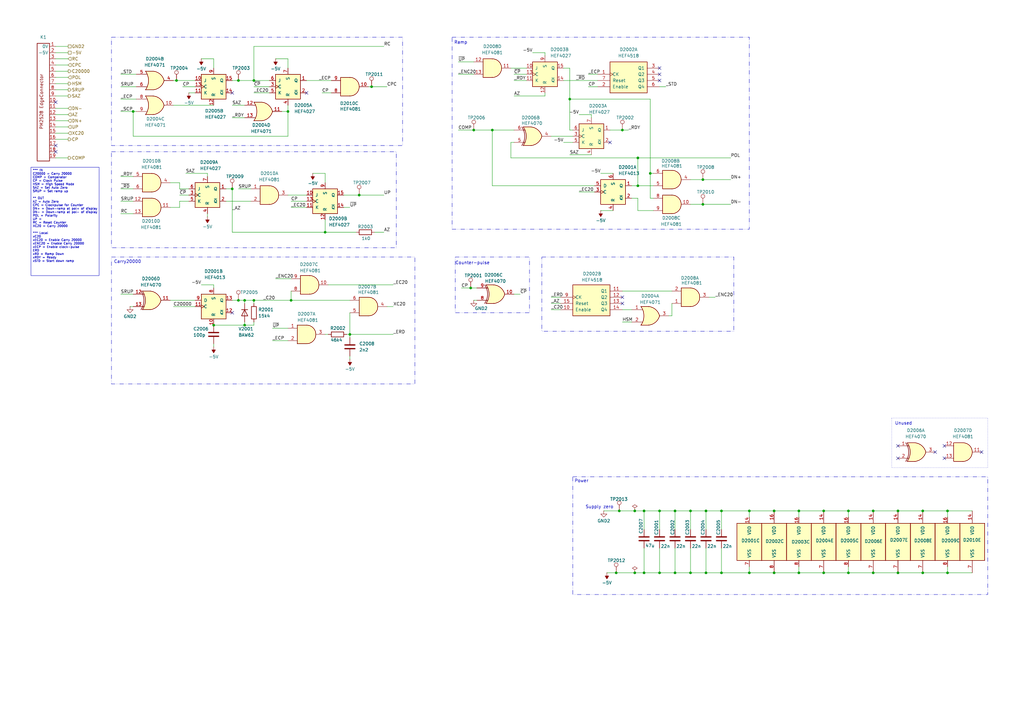
<source format=kicad_sch>
(kicad_sch (version 20250114) (generator "eeschema") (generator_version "9.0")
  (paper "A3")
  (title_block (title "Philips PM2528 - N20 (ADC Control)") (date "2025-07-30") (rev "1.0"))
  (rectangle (start 185.42 15.24) (end 307.34 93.98) (stroke (width 0) (type dash_dot_dot)))
  (rectangle (start 365.76 171.45) (end 405.13 191.77) (stroke (width 0) (type dot)))
  (rectangle (start 45.72 15.24) (end 165.1 59.69) (stroke (width 0) (type dash_dot_dot)))
  (rectangle (start 45.72 62.23) (end 162.56 101.6) (stroke (width 0) (type dash_dot_dot)))
  (rectangle (start 186.69 105.41) (end 217.17 128.27) (stroke (width 0) (type dash_dot_dot)))
  (rectangle (start 45.72 105.41) (end 170.18 157.48) (stroke (width 0) (type dash_dot_dot)))
  (rectangle (start 222.25 105.41) (end 300.99 135.89) (stroke (width 0) (type dash_dot_dot)))
  (rectangle (start 234.95 195.58) (end 405.13 243.84) (stroke (width 0) (type dash_dot_dot)))
  (text "Ramp" (at 188.976 17.526 0) (effects (font (size 1.27 1.27))))
  (text "Power" (at 238.506 197.358 0) (effects (font (size 1.27 1.27))))
  (text "Supply zero" (at 245.872 208.026 0) (effects (font (size 1.27 1.27))))
  (text "Counter-pulse" (at 193.802 107.95 0) (effects (font (size 1.27 1.27))))
  (text "Carry20000" (at 52.324 107.442 0) (effects (font (size 1.27 1.27))))
  (text "Unused" (at 370.586 173.736 0) (effects (font (size 1.27 1.27))))
  (text_box "*** IN\nC20000 = Carry 20000\nCOMP = Comperator\nCP = Clock Pulse\nHSM = High Speed Mode\nSAZ = Set Auto Zero\nSRUP = Set ramp up\n\n** OUT\nAZ = Auto Zero\nCPC = Clockpulse for Counter\nDN+ = Down-ramp at pol+ of display\nDN- = Down-ramp at pol- of display\nPOL = Polarity\nUP =\nRC = Reset Counter\nXC20 = Carry 20000\n\n*** Local\nxC20\nxEC20 = Enable Carry 20000\nxENC20 = Enable Carry 20000\nxECP = Enable clock-pulse\nERD\nxRD = Ramp Down\nxRDY = Ready\nxSTD = Start down ramp\n" (at 12.7 68.58 0) (size 27.94 44.45) (margins 0.6668 0.6668 0.6668 0.6668) (effects (font (size 0.889 0.889)) (justify left top)))
  (junction (at 54.61 45.72))
  (junction (at 289.56 209.55))
  (junction (at 368.3 234.95))
  (junction (at 295.91 234.95))
  (junction (at 193.04 118.11))
  (junction (at 266.7 71.12))
  (junction (at 97.79 33.02))
  (junction (at 104.14 123.19))
  (junction (at 260.35 234.95))
  (junction (at 100.33 123.19))
  (junction (at 295.91 209.55))
  (junction (at 261.62 76.2))
  (junction (at 283.21 234.95))
  (junction (at 133.35 95.25))
  (junction (at 347.98 209.55))
  (junction (at 260.35 209.55))
  (junction (at 72.39 33.02))
  (junction (at 255.27 53.34))
  (junction (at 327.66 209.55))
  (junction (at 252.73 234.95))
  (junction (at 347.98 234.95))
  (junction (at 270.51 234.95))
  (junction (at 95.25 77.47))
  (junction (at 368.3 209.55))
  (junction (at 276.86 234.95))
  (junction (at 337.82 234.95))
  (junction (at 317.5 209.55))
  (junction (at 288.29 83.82))
  (junction (at 337.82 209.55))
  (junction (at 264.16 209.55))
  (junction (at 378.46 234.95))
  (junction (at 233.68 40.64))
  (junction (at 288.29 73.66))
  (junction (at 118.11 45.72))
  (junction (at 307.34 234.95))
  (junction (at 152.4 35.56))
  (junction (at 283.21 209.55))
  (junction (at 378.46 209.55))
  (junction (at 97.79 123.19))
  (junction (at 194.31 53.34))
  (junction (at 289.56 234.95))
  (junction (at 261.62 64.77))
  (junction (at 388.62 234.95))
  (junction (at 201.93 53.34))
  (junction (at 147.32 80.01))
  (junction (at 87.63 133.35))
  (junction (at 327.66 234.95))
  (junction (at 143.51 137.16))
  (junction (at 264.16 234.95))
  (junction (at 254 209.55))
  (junction (at 119.38 123.19))
  (junction (at 276.86 209.55))
  (junction (at 358.14 209.55))
  (junction (at 358.14 234.95))
  (junction (at 317.5 234.95))
  (junction (at 307.34 209.55))
  (junction (at 388.62 209.55))
  (junction (at 100.33 133.35))
  (junction (at 270.51 209.55))
  (junction (at 104.14 33.02))
  (no_connect (at 95.25 38.1))
  (no_connect (at 368.3 187.96))
  (no_connect (at 95.25 128.27))
  (no_connect (at 22.86 59.69))
  (no_connect (at 383.54 185.42))
  (no_connect (at 270.51 33.02))
  (no_connect (at 387.35 182.88))
  (no_connect (at 125.73 38.1))
  (no_connect (at 255.27 124.46))
  (no_connect (at 270.51 27.94))
  (no_connect (at 402.59 185.42))
  (no_connect (at 255.27 121.92))
  (no_connect (at 368.3 182.88))
  (no_connect (at 387.35 187.96))
  (no_connect (at 250.19 58.42))
  (no_connect (at 270.51 30.48))
  (no_connect (at 22.86 62.23))
  (no_connect (at 22.86 41.91))
  (wire (pts (xy 209.55 64.77) (xy 209.55 58.42)))
  (wire (pts (xy 104.14 38.1) (xy 110.49 38.1)))
  (wire (pts (xy 119.38 123.19) (xy 143.51 123.19)))
  (wire (pts (xy 73.66 74.93) (xy 73.66 77.47)))
  (wire (pts (xy 92.71 82.55) (xy 102.87 82.55)))
  (wire (pts (xy 104.14 132.08) (xy 104.14 133.35)))
  (wire (pts (xy 289.56 209.55) (xy 295.91 209.55)))
  (wire (pts (xy 118.11 27.94) (xy 118.11 24.13)))
  (wire (pts (xy 22.86 52.07) (xy 27.94 52.07)))
  (wire (pts (xy 347.98 209.55) (xy 358.14 209.55)))
  (wire (pts (xy 264.16 209.55) (xy 264.16 217.17)))
  (wire (pts (xy 267.97 71.12) (xy 266.7 71.12)))
  (wire (pts (xy 87.63 24.13) (xy 87.63 27.94)))
  (wire (pts (xy 275.59 129.54) (xy 275.59 124.46)))
  (wire (pts (xy 347.98 232.41) (xy 347.98 234.95)))
  (wire (pts (xy 270.51 209.55) (xy 270.51 217.17)))
  (wire (pts (xy 274.32 129.54) (xy 275.59 129.54)))
  (wire (pts (xy 231.14 27.94) (xy 233.68 27.94)))
  (wire (pts (xy 69.85 85.09) (xy 73.66 85.09)))
  (wire (pts (xy 327.66 209.55) (xy 327.66 212.09)))
  (wire (pts (xy 119.38 85.09) (xy 125.73 85.09)))
  (wire (pts (xy 266.7 71.12) (xy 266.7 40.64)))
  (wire (pts (xy 85.09 72.39) (xy 85.09 71.12)))
  (wire (pts (xy 49.53 87.63) (xy 54.61 87.63)))
  (wire (pts (xy 152.4 35.56) (xy 158.75 35.56)))
  (wire (pts (xy 22.86 31.75) (xy 27.94 31.75)))
  (wire (pts (xy 22.86 36.83) (xy 27.94 36.83)))
  (wire (pts (xy 261.62 64.77) (xy 261.62 76.2)))
  (wire (pts (xy 49.53 72.39) (xy 54.61 72.39)))
  (wire (pts (xy 307.34 234.95) (xy 317.5 234.95)))
  (wire (pts (xy 378.46 234.95) (xy 388.62 234.95)))
  (wire (pts (xy 237.49 46.99) (xy 242.57 46.99)))
  (wire (pts (xy 276.86 209.55) (xy 283.21 209.55)))
  (wire (pts (xy 82.55 24.13) (xy 87.63 24.13)))
  (wire (pts (xy 194.31 123.19) (xy 195.58 123.19)))
  (wire (pts (xy 299.72 64.77) (xy 261.62 64.77)))
  (wire (pts (xy 289.56 224.79) (xy 289.56 234.95)))
  (wire (pts (xy 243.84 76.2) (xy 201.93 76.2)))
  (wire (pts (xy 157.48 19.05) (xy 104.14 19.05)))
  (wire (pts (xy 113.03 114.3) (xy 119.38 114.3)))
  (wire (pts (xy 71.12 43.18) (xy 87.63 43.18)))
  (wire (pts (xy 283.21 224.79) (xy 283.21 234.95)))
  (wire (pts (xy 143.51 137.16) (xy 161.29 137.16)))
  (wire (pts (xy 233.68 40.64) (xy 233.68 53.34)))
  (wire (pts (xy 73.66 80.01) (xy 77.47 80.01)))
  (wire (pts (xy 49.53 82.55) (xy 54.61 82.55)))
  (wire (pts (xy 119.38 82.55) (xy 125.73 82.55)))
  (wire (pts (xy 73.66 77.47) (xy 77.47 77.47)))
  (wire (pts (xy 261.62 86.36) (xy 267.97 86.36)))
  (wire (pts (xy 288.29 83.82) (xy 299.72 83.82)))
  (wire (pts (xy 210.82 120.65) (xy 213.36 120.65)))
  (wire (pts (xy 246.38 86.36) (xy 251.46 86.36)))
  (wire (pts (xy 49.53 45.72) (xy 54.61 45.72)))
  (wire (pts (xy 95.25 43.18) (xy 100.33 43.18)))
  (wire (pts (xy 289.56 209.55) (xy 289.56 217.17)))
  (wire (pts (xy 95.25 77.47) (xy 95.25 95.25)))
  (wire (pts (xy 54.61 55.88) (xy 54.61 45.72)))
  (wire (pts (xy 270.51 209.55) (xy 276.86 209.55)))
  (wire (pts (xy 388.62 232.41) (xy 388.62 234.95)))
  (wire (pts (xy 209.55 64.77) (xy 261.62 64.77)))
  (wire (pts (xy 254 209.55) (xy 260.35 209.55)))
  (wire (pts (xy 158.75 125.73) (xy 161.29 125.73)))
  (wire (pts (xy 85.09 88.9) (xy 85.09 87.63)))
  (wire (pts (xy 193.04 118.11) (xy 195.58 118.11)))
  (wire (pts (xy 55.88 35.56) (xy 49.53 35.56)))
  (wire (pts (xy 49.53 40.64) (xy 55.88 40.64)))
  (wire (pts (xy 22.86 21.59) (xy 27.94 21.59)))
  (wire (pts (xy 283.21 209.55) (xy 283.21 217.17)))
  (wire (pts (xy 104.14 123.19) (xy 119.38 123.19)))
  (wire (pts (xy 49.53 120.65) (xy 54.61 120.65)))
  (wire (pts (xy 132.08 38.1) (xy 135.89 38.1)))
  (wire (pts (xy 134.62 116.84) (xy 161.29 116.84)))
  (wire (pts (xy 95.25 95.25) (xy 133.35 95.25)))
  (wire (pts (xy 267.97 81.28) (xy 266.7 81.28)))
  (wire (pts (xy 104.14 133.35) (xy 100.33 133.35)))
  (wire (pts (xy 49.53 30.48) (xy 55.88 30.48)))
  (wire (pts (xy 233.68 27.94) (xy 233.68 40.64)))
  (wire (pts (xy 368.3 209.55) (xy 378.46 209.55)))
  (wire (pts (xy 388.62 209.55) (xy 398.78 209.55)))
  (wire (pts (xy 226.06 127) (xy 229.87 127)))
  (wire (pts (xy 22.86 54.61) (xy 27.94 54.61)))
  (wire (pts (xy 22.86 34.29) (xy 27.94 34.29)))
  (wire (pts (xy 133.35 137.16) (xy 134.62 137.16)))
  (wire (pts (xy 187.96 30.48) (xy 194.31 30.48)))
  (wire (pts (xy 252.73 234.95) (xy 260.35 234.95)))
  (wire (pts (xy 210.82 30.48) (xy 215.9 30.48)))
  (wire (pts (xy 246.38 71.12) (xy 251.46 71.12)))
  (wire (pts (xy 337.82 234.95) (xy 347.98 234.95)))
  (wire (pts (xy 358.14 234.95) (xy 368.3 234.95)))
  (wire (pts (xy 22.86 26.67) (xy 27.94 26.67)))
  (wire (pts (xy 22.86 64.77) (xy 27.94 64.77)))
  (wire (pts (xy 317.5 209.55) (xy 327.66 209.55)))
  (wire (pts (xy 209.55 58.42) (xy 210.82 58.42)))
  (wire (pts (xy 187.96 25.4) (xy 194.31 25.4)))
  (wire (pts (xy 140.97 80.01) (xy 147.32 80.01)))
  (wire (pts (xy 189.23 118.11) (xy 193.04 118.11)))
  (wire (pts (xy 210.82 33.02) (xy 215.9 33.02)))
  (wire (pts (xy 153.67 95.25) (xy 157.48 95.25)))
  (wire (pts (xy 143.51 146.05) (xy 143.51 147.32)))
  (wire (pts (xy 250.19 53.34) (xy 255.27 53.34)))
  (wire (pts (xy 201.93 53.34) (xy 210.82 53.34)))
  (wire (pts (xy 264.16 209.55) (xy 270.51 209.55)))
  (wire (pts (xy 242.57 46.99) (xy 242.57 48.26)))
  (wire (pts (xy 259.08 76.2) (xy 261.62 76.2)))
  (wire (pts (xy 368.3 234.95) (xy 378.46 234.95)))
  (wire (pts (xy 95.25 33.02) (xy 97.79 33.02)))
  (wire (pts (xy 143.51 137.16) (xy 143.51 128.27)))
  (wire (pts (xy 125.73 33.02) (xy 135.89 33.02)))
  (wire (pts (xy 276.86 234.95) (xy 283.21 234.95)))
  (wire (pts (xy 143.51 138.43) (xy 143.51 137.16)))
  (wire (pts (xy 231.14 33.02) (xy 245.11 33.02)))
  (wire (pts (xy 264.16 234.95) (xy 270.51 234.95)))
  (wire (pts (xy 53.34 125.73) (xy 54.61 125.73)))
  (wire (pts (xy 22.86 29.21) (xy 27.94 29.21)))
  (wire (pts (xy 276.86 224.79) (xy 276.86 234.95)))
  (wire (pts (xy 77.47 38.1) (xy 80.01 38.1)))
  (wire (pts (xy 100.33 123.19) (xy 104.14 123.19)))
  (wire (pts (xy 113.03 24.13) (xy 118.11 24.13)))
  (wire (pts (xy 295.91 224.79) (xy 295.91 234.95)))
  (wire (pts (xy 295.91 209.55) (xy 307.34 209.55)))
  (wire (pts (xy 151.13 35.56) (xy 152.4 35.56)))
  (wire (pts (xy 255.27 119.38) (xy 275.59 119.38)))
  (wire (pts (xy 133.35 95.25) (xy 146.05 95.25)))
  (wire (pts (xy 226.06 55.88) (xy 234.95 55.88)))
  (wire (pts (xy 85.09 71.12) (xy 76.2 71.12)))
  (wire (pts (xy 97.79 33.02) (xy 104.14 33.02)))
  (wire (pts (xy 264.16 224.79) (xy 264.16 234.95)))
  (wire (pts (xy 378.46 209.55) (xy 388.62 209.55)))
  (wire (pts (xy 133.35 90.17) (xy 133.35 95.25)))
  (wire (pts (xy 347.98 209.55) (xy 347.98 212.09)))
  (wire (pts (xy 100.33 123.19) (xy 100.33 124.46)))
  (wire (pts (xy 104.14 35.56) (xy 110.49 35.56)))
  (wire (pts (xy 226.06 121.92) (xy 229.87 121.92)))
  (wire (pts (xy 140.97 85.09) (xy 143.51 85.09)))
  (wire (pts (xy 82.55 116.84) (xy 87.63 116.84)))
  (wire (pts (xy 97.79 77.47) (xy 102.87 77.47)))
  (wire (pts (xy 388.62 209.55) (xy 388.62 212.09)))
  (wire (pts (xy 270.51 35.56) (xy 273.05 35.56)))
  (wire (pts (xy 261.62 76.2) (xy 267.97 76.2)))
  (wire (pts (xy 194.31 53.34) (xy 201.93 53.34)))
  (wire (pts (xy 201.93 53.34) (xy 201.93 76.2)))
  (wire (pts (xy 347.98 234.95) (xy 358.14 234.95)))
  (wire (pts (xy 276.86 209.55) (xy 276.86 217.17)))
  (wire (pts (xy 74.93 35.56) (xy 80.01 35.56)))
  (wire (pts (xy 118.11 45.72) (xy 118.11 43.18)))
  (wire (pts (xy 142.24 137.16) (xy 143.51 137.16)))
  (wire (pts (xy 270.51 224.79) (xy 270.51 234.95)))
  (wire (pts (xy 104.14 33.02) (xy 110.49 33.02)))
  (wire (pts (xy 69.85 74.93) (xy 73.66 74.93)))
  (wire (pts (xy 237.49 78.74) (xy 243.84 78.74)))
  (wire (pts (xy 72.39 33.02) (xy 80.01 33.02)))
  (wire (pts (xy 71.12 33.02) (xy 72.39 33.02)))
  (wire (pts (xy 223.52 21.59) (xy 223.52 22.86)))
  (wire (pts (xy 317.5 234.95) (xy 327.66 234.95)))
  (wire (pts (xy 233.68 63.5) (xy 242.57 63.5)))
  (wire (pts (xy 118.11 45.72) (xy 118.11 55.88)))
  (wire (pts (xy 283.21 234.95) (xy 289.56 234.95)))
  (wire (pts (xy 223.52 38.1) (xy 223.52 39.37)))
  (wire (pts (xy 87.63 140.97) (xy 87.63 142.24)))
  (wire (pts (xy 111.76 139.7) (xy 118.11 139.7)))
  (wire (pts (xy 92.71 77.47) (xy 95.25 77.47)))
  (wire (pts (xy 69.85 123.19) (xy 80.01 123.19)))
  (wire (pts (xy 290.83 121.92) (xy 293.37 121.92)))
  (wire (pts (xy 22.86 19.05) (xy 27.94 19.05)))
  (wire (pts (xy 260.35 234.95) (xy 264.16 234.95)))
  (wire (pts (xy 104.14 19.05) (xy 104.14 33.02)))
  (wire (pts (xy 337.82 209.55) (xy 347.98 209.55)))
  (wire (pts (xy 97.79 123.19) (xy 100.33 123.19)))
  (wire (pts (xy 247.65 209.55) (xy 254 209.55)))
  (wire (pts (xy 22.86 39.37) (xy 27.94 39.37)))
  (wire (pts (xy 327.66 232.41) (xy 327.66 234.95)))
  (wire (pts (xy 295.91 209.55) (xy 295.91 217.17)))
  (wire (pts (xy 71.12 125.73) (xy 80.01 125.73)))
  (wire (pts (xy 119.38 119.38) (xy 119.38 123.19)))
  (wire (pts (xy 187.96 53.34) (xy 194.31 53.34)))
  (wire (pts (xy 255.27 132.08) (xy 259.08 132.08)))
  (wire (pts (xy 307.34 209.55) (xy 307.34 212.09)))
  (wire (pts (xy 118.11 55.88) (xy 54.61 55.88)))
  (wire (pts (xy 73.66 85.09) (xy 73.66 82.55)))
  (wire (pts (xy 283.21 73.66) (xy 288.29 73.66)))
  (wire (pts (xy 128.27 71.12) (xy 133.35 71.12)))
  (wire (pts (xy 115.57 45.72) (xy 118.11 45.72)))
  (wire (pts (xy 233.68 53.34) (xy 234.95 53.34)))
  (wire (pts (xy 104.14 124.46) (xy 104.14 123.19)))
  (wire (pts (xy 133.35 74.93) (xy 133.35 71.12)))
  (wire (pts (xy 241.3 35.56) (xy 245.11 35.56)))
  (wire (pts (xy 22.86 24.13) (xy 27.94 24.13)))
  (wire (pts (xy 218.44 21.59) (xy 223.52 21.59)))
  (wire (pts (xy 226.06 124.46) (xy 229.87 124.46)))
  (wire (pts (xy 283.21 83.82) (xy 288.29 83.82)))
  (wire (pts (xy 248.92 234.95) (xy 252.73 234.95)))
  (wire (pts (xy 87.63 116.84) (xy 87.63 118.11)))
  (wire (pts (xy 118.11 80.01) (xy 125.73 80.01)))
  (wire (pts (xy 260.35 209.55) (xy 264.16 209.55)))
  (wire (pts (xy 307.34 232.41) (xy 307.34 234.95)))
  (wire (pts (xy 73.66 82.55) (xy 77.47 82.55)))
  (wire (pts (xy 259.08 127) (xy 255.27 127)))
  (wire (pts (xy 95.25 48.26) (xy 100.33 48.26)))
  (wire (pts (xy 231.14 58.42) (xy 234.95 58.42)))
  (wire (pts (xy 111.76 134.62) (xy 118.11 134.62)))
  (wire (pts (xy 358.14 209.55) (xy 368.3 209.55)))
  (wire (pts (xy 100.33 132.08) (xy 100.33 133.35)))
  (wire (pts (xy 22.86 49.53) (xy 27.94 49.53)))
  (wire (pts (xy 288.29 73.66) (xy 299.72 73.66)))
  (wire (pts (xy 388.62 234.95) (xy 398.78 234.95)))
  (wire (pts (xy 95.25 123.19) (xy 97.79 123.19)))
  (wire (pts (xy 233.68 40.64) (xy 266.7 40.64)))
  (wire (pts (xy 259.08 81.28) (xy 261.62 81.28)))
  (wire (pts (xy 54.61 45.72) (xy 55.88 45.72)))
  (wire (pts (xy 307.34 209.55) (xy 317.5 209.55)))
  (wire (pts (xy 49.53 77.47) (xy 54.61 77.47)))
  (wire (pts (xy 209.55 27.94) (xy 215.9 27.94)))
  (wire (pts (xy 327.66 209.55) (xy 337.82 209.55)))
  (wire (pts (xy 266.7 81.28) (xy 266.7 71.12)))
  (wire (pts (xy 22.86 46.99) (xy 27.94 46.99)))
  (wire (pts (xy 22.86 57.15) (xy 27.94 57.15)))
  (wire (pts (xy 255.27 53.34) (xy 257.81 53.34)))
  (wire (pts (xy 147.32 80.01) (xy 157.48 80.01)))
  (wire (pts (xy 270.51 234.95) (xy 276.86 234.95)))
  (wire (pts (xy 22.86 44.45) (xy 27.94 44.45)))
  (wire (pts (xy 223.52 39.37) (xy 210.82 39.37)))
  (wire (pts (xy 283.21 209.55) (xy 289.56 209.55)))
  (wire (pts (xy 327.66 234.95) (xy 337.82 234.95)))
  (wire (pts (xy 295.91 234.95) (xy 307.34 234.95)))
  (wire (pts (xy 241.3 30.48) (xy 245.11 30.48)))
  (wire (pts (xy 87.63 133.35) (xy 100.33 133.35)))
  (wire (pts (xy 289.56 234.95) (xy 295.91 234.95)))
  (wire (pts (xy 261.62 81.28) (xy 261.62 86.36)))
  (label "SAZ" (at 233.68 63.5 0))
  (label "_ECP" (at 111.76 139.7 0))
  (label "C20000" (at 71.12 125.73 0))
  (label "_STD" (at 49.53 30.48 0))
  (label "CP" (at 74.93 35.56 0))
  (label "-5V" (at 246.38 71.12 180))
  (label "CP" (at 119.38 82.55 0))
  (label "_RDY" (at 95.25 48.26 0))
  (label "_ECP" (at 241.3 30.48 0))
  (label "CP" (at 241.3 35.56 0))
  (label "SRUP" (at 49.53 120.65 0))
  (label "SRUP" (at 49.53 82.55 0))
  (label "~{_RD}" (at 236.22 33.02 0))
  (label "_ERD" (at 226.06 121.92 0))
  (label "_STD" (at 273.05 35.56 0))
  (label "_EC20" (at 119.38 85.09 0))
  (label "_RDY" (at 257.81 53.34 0))
  (label "~{UP}" (at 143.51 85.09 0))
  (label "UP" (at 157.48 80.01 0))
  (label "_C20" (at 107.95 123.19 0))
  (label "_ECP" (at 130.81 33.02 0))
  (label "_ENC20" (at 293.37 121.92 0))
  (label "_ECP" (at 49.53 40.64 0))
  (label "_ENC20" (at 113.03 114.3 0))
  (label "_ERD" (at 161.29 137.16 0))
  (label "DN-" (at 299.72 83.82 0))
  (label "XC20" (at 161.29 125.73 0))
  (label "SAZ" (at 76.2 71.12 0))
  (label "-5V" (at 231.14 58.42 180))
  (label "AZ" (at 157.48 95.25 0))
  (label "_AZ" (at 226.06 124.46 0))
  (label "-5V" (at 82.55 116.84 180))
  (label "~{CP}" (at 210.82 30.48 0))
  (label "CPC" (at 158.75 35.56 0))
  (label "SAZ" (at 95.25 43.18 0))
  (label "-5V" (at 218.44 21.59 180))
  (label "_SCP" (at 49.53 45.72 0))
  (label "_EC20" (at 161.29 116.84 0))
  (label "~{CP}" (at 213.36 120.65 0))
  (label "~{_RD}" (at 49.53 77.47 0))
  (label "SRUP" (at 97.79 77.47 0))
  (label "DN+" (at 299.72 73.66 0))
  (label "_RDY" (at 210.82 33.02 0))
  (label "~{CP}" (at 73.66 80.01 0))
  (label "_ENC20" (at 187.96 30.48 0))
  (label "AZ" (at 210.82 39.37 0))
  (label "COMP" (at 187.96 53.34 0))
  (label "_EC20" (at 237.49 78.74 0))
  (label "_AZ" (at 95.25 86.36 0))
  (label "SRUP" (at 49.53 35.56 0))
  (label "_EC20" (at 104.14 38.1 0))
  (label "~{CP}" (at 104.14 35.56 0))
  (label "-5V" (at 237.49 46.99 180))
  (label "HSM" (at 255.27 132.08 0))
  (label "_C20" (at 226.06 127 0))
  (label "CP" (at 132.08 38.1 0))
  (label "_RDY" (at 49.53 72.39 0))
  (label "RC" (at 157.48 19.05 0))
  (label "~{UP}" (at 111.76 134.62 0))
  (label "POL" (at 299.72 64.77 0))
  (label "RC" (at 49.53 87.63 0))
  (label "~{UP}" (at 187.96 25.4 0))
  (label "CP" (at 189.23 118.11 0))
  (hierarchical_label "SAZ" (shape output) (at 27.94 39.37 0))
  (hierarchical_label "HSM" (shape output) (at 27.94 34.29 0))
  (hierarchical_label "AZ" (shape input) (at 27.94 46.99 0))
  (hierarchical_label "DN+" (shape input) (at 27.94 49.53 0))
  (hierarchical_label "CP" (shape output) (at 27.94 57.15 0))
  (hierarchical_label "XC20" (shape input) (at 27.94 54.61 0))
  (hierarchical_label "C20000" (shape output) (at 27.94 29.21 0))
  (hierarchical_label "DN-" (shape input) (at 27.94 44.45 0))
  (hierarchical_label "COMP" (shape output) (at 27.94 64.77 0))
  (hierarchical_label "RC" (shape input) (at 27.94 24.13 0))
  (hierarchical_label "-5V" (shape passive) (at 27.94 21.59 0))
  (hierarchical_label "CPC" (shape input) (at 27.94 26.67 0))
  (hierarchical_label "UP" (shape input) (at 27.94 52.07 0))
  (hierarchical_label "SRUP" (shape output) (at 27.94 36.83 0))
  (hierarchical_label "GND2" (shape passive) (at 27.94 19.05 0))
  (hierarchical_label "POL" (shape input) (at 27.94 31.75 0))
  (symbol (lib_id "Device:R") (at 149.86 95.25 90) (unit 1)
    (property "Reference" "R2003" (at 149.86 92.964 90))
    (property "Value" "1k0" (at 150.114 97.79 90))
    (property "Footprint" "Resistor_THT:R_Axial_DIN0207_L6.3mm_D2.5mm_P10.16mm_Horizontal" (effects (hide yes)))
    (property "Description" "Resistor" (effects (hide yes)))
  )
  (symbol (lib_id "4xxx:4070") (at 375.92 185.42 0) (unit 1)
    (property "Reference" "D2006" (at 375.6152 176.53 0))
    (property "Value" "HEF4070" (at 375.6152 179.07 0))
    (property "Footprint" "Package_DIP:DIP-14_W7.62mm" (effects (hide yes)))
    (property "Datasheet" "http://www.intersil.com/content/dam/Intersil/documents/cd40/cd4070bms-77bms.pdf" (effects (hide yes)))
    (property "Description" "Quad Xor 2 inputs" (effects (hide yes)))
  )
  (symbol (lib_id "PM2528:PCBEdge_Plugincard") (at 17.78 41.91 0) (unit 1)
    (property "Reference" "K1" (at 17.78 15.24 0))
    (property "Footprint" "PM2528:PM2528_RiserCardConnector" (effects (hide yes)))
  )
  (symbol (lib_id "4xxx:4027") (at 223.52 30.48 0) (unit 2)
    (property "Reference" "D2003" (at 225.7141 20.32 0) (effects (justify left)))
    (property "Value" "HEF4027" (at 225.7141 22.86 0) (effects (justify left)))
    (property "Footprint" "Package_DIP:DIP-16_W7.62mm" (effects (hide yes)))
    (property "Datasheet" "http://www.intersil.com/content/dam/Intersil/documents/cd40/cd4027bms.pdf" (effects (hide yes)))
    (property "Description" "Dual JK FlipFlop, set & reset" (effects (hide yes)))
  )
  (symbol (lib_id "power:GND2") (at 194.31 123.19 0) (unit 1)
    (property "Reference" "#PWR01" (effects (hide yes)))
    (property "Value" "GND2" (at 197.358 126.492 0))
    (property "Description" "Power symbol creates a global label with name \"GND2\" , ground" (effects (hide yes)))
  )
  (symbol (lib_id "Device:C") (at 295.91 220.98 0) (unit 1)
    (property "Reference" "C2005" (at 294.64 219.456 90) (effects (justify left)))
    (property "Value" "22n" (at 296.418 224.028 0) (effects (justify left)))
    (property "Footprint" "Capacitor_THT:C_Rect_L7.0mm_W2.0mm_P5.00mm" (effects (hide yes)))
    (property "Description" "Unpolarized capacitor" (effects (hide yes)))
  )
  (symbol (lib_id "4xxx:4027") (at 133.35 82.55 0) (unit 2)
    (property "Reference" "D2009" (at 134.874 89.662 0) (effects (justify left)))
    (property "Value" "HEF4027" (at 134.874 92.202 0) (effects (justify left)))
    (property "Footprint" "Package_DIP:DIP-16_W7.62mm" (effects (hide yes)))
    (property "Datasheet" "http://www.intersil.com/content/dam/Intersil/documents/cd40/cd4027bms.pdf" (effects (hide yes)))
    (property "Description" "Dual JK FlipFlop, set & reset" (effects (hide yes)))
  )
  (symbol (lib_id "4xxx:4070") (at 203.2 120.65 0) (mirror x) (unit 3)
    (property "Reference" "D2006" (at 202.438 112.776 0))
    (property "Value" "HEF4070" (at 203.2 115.316 0))
    (property "Footprint" "Package_DIP:DIP-14_W7.62mm" (effects (hide yes)))
    (property "Datasheet" "http://www.intersil.com/content/dam/Intersil/documents/cd40/cd4070bms-77bms.pdf" (effects (hide yes)))
    (property "Description" "Quad Xor 2 inputs" (effects (hide yes)))
  )
  (symbol (lib_id "Device:R") (at 104.14 128.27 0) (unit 1)
    (property "Reference" "R2001" (at 105.918 127 0) (effects (justify left)))
    (property "Value" "15k4" (at 105.918 129.54 0) (effects (justify left)))
    (property "Footprint" "Resistor_THT:R_Axial_DIN0207_L6.3mm_D2.5mm_P10.16mm_Horizontal" (effects (hide yes)))
    (property "Description" "Resistor" (effects (hide yes)))
  )
  (symbol (lib_id "Connector:TestPoint") (at 147.32 80.01 0) (unit 1)
    (property "Reference" "TP2007" (at 144.78 74.93 0) (effects (justify left)))
    (property "Value" "TestPoint" (effects (hide yes)))
    (property "Footprint" "Connector_Pin:Pin_D1.0mm_L10.0mm" (effects (hide yes)))
    (property "Description" "test point" (effects (hide yes)))
  )
  (symbol (lib_id "4xxx:4027") (at 87.63 35.56 0) (unit 2)
    (property "Reference" "D2005" (at 84.074 45.466 0) (effects (justify left)))
    (property "Value" "HEF4027" (at 84.074 48.006 0) (effects (justify left)))
    (property "Footprint" "Package_DIP:DIP-16_W7.62mm" (effects (hide yes)))
    (property "Datasheet" "http://www.intersil.com/content/dam/Intersil/documents/cd40/cd4027bms.pdf" (effects (hide yes)))
    (property "Description" "Dual JK FlipFlop, set & reset" (effects (hide yes)))
  )
  (symbol (lib_id "4xxx:4070") (at 62.23 123.19 0) (unit 4)
    (property "Reference" "D2006" (at 61.9252 114.3 0))
    (property "Value" "HEF4070" (at 61.9252 116.84 0))
    (property "Footprint" "Package_DIP:DIP-14_W7.62mm" (effects (hide yes)))
    (property "Datasheet" "http://www.intersil.com/content/dam/Intersil/documents/cd40/cd4070bms-77bms.pdf" (effects (hide yes)))
    (property "Description" "Quad Xor 2 inputs" (effects (hide yes)))
  )
  (symbol (lib_id "4xxx:4518") (at 257.81 30.48 0) (unit 1)
    (property "Reference" "D2002" (at 257.81 20.32 0))
    (property "Value" "HEF4518" (at 257.81 22.86 0))
    (property "Footprint" "Package_DIP:DIP-16_W7.62mm" (effects (hide yes)))
    (property "Datasheet" "http://www.intersil.com/content/dam/Intersil/documents/cd45/cd4518bms-20bms.pdf" (effects (hide yes)))
    (property "Description" "Dual BCD Up-Counter" (effects (hide yes)))
  )
  (symbol (lib_id "Connector:TestPoint") (at 252.73 234.95 0) (unit 1)
    (property "Reference" "TP2012" (at 249.174 229.87 0) (effects (justify left)))
    (property "Value" "TestPoint" (effects (hide yes)))
    (property "Footprint" "Connector_Pin:Pin_D1.0mm_L10.0mm" (effects (hide yes)))
    (property "Description" "test point" (effects (hide yes)))
  )
  (symbol (lib_id "Connector:TestPoint") (at 193.04 118.11 0) (unit 1)
    (property "Reference" "TP2001" (at 190.5 113.03 0) (effects (justify left)))
    (property "Value" "TestPoint" (effects (hide yes)))
    (property "Footprint" "Connector_Pin:Pin_D1.0mm_L10.0mm" (effects (hide yes)))
    (property "Description" "test point" (effects (hide yes)))
  )
  (symbol (lib_id "power:-5V") (at 85.09 88.9 180) (unit 1)
    (property "Reference" "#PWR09" (effects (hide yes)))
    (property "Value" "-5V" (at 85.09 92.964 0))
    (property "Description" "Power symbol creates a global label with name \"-5V\"" (effects (hide yes)))
  )
  (symbol (lib_id "Device:C") (at 143.51 142.24 0) (unit 1)
    (property "Reference" "C2008" (at 147.32 140.9699 0) (effects (justify left)))
    (property "Value" "2n2" (at 147.32 143.5099 0) (effects (justify left)))
    (property "Footprint" "Capacitor_THT:C_Rect_L7.0mm_W2.0mm_P5.00mm" (effects (hide yes)))
    (property "Description" "Unpolarized capacitor" (effects (hide yes)))
  )
  (symbol (lib_id "Connector:TestPoint") (at 95.25 77.47 0) (unit 1)
    (property "Reference" "TP2009" (at 92.71 72.39 0) (effects (justify left)))
    (property "Value" "TestPoint" (effects (hide yes)))
    (property "Footprint" "Connector_Pin:Pin_D1.0mm_L10.0mm" (effects (hide yes)))
    (property "Description" "test point" (effects (hide yes)))
  )
  (symbol (lib_id "power:-5V") (at 246.38 86.36 180) (unit 1)
    (property "Reference" "#PWR05" (effects (hide yes)))
    (property "Value" "-5V" (at 246.38 90.424 0))
    (property "Description" "Power symbol creates a global label with name \"-5V\"" (effects (hide yes)))
  )
  (symbol (lib_id "Connector:TestPoint") (at 288.29 83.82 0) (unit 1)
    (property "Reference" "TP2010" (at 285.75 78.74 0) (effects (justify left)))
    (property "Value" "TestPoint" (effects (hide yes)))
    (property "Footprint" "Connector_Pin:Pin_D1.0mm_L10.0mm" (effects (hide yes)))
    (property "Description" "test point" (effects (hide yes)))
  )
  (symbol (lib_id "Connector:TestPoint") (at 97.79 33.02 0) (unit 1)
    (property "Reference" "TP2003" (at 95.25 27.94 0) (effects (justify left)))
    (property "Value" "TestPoint" (effects (hide yes)))
    (property "Footprint" "Connector_Pin:Pin_D1.0mm_L10.0mm" (effects (hide yes)))
    (property "Description" "test point" (effects (hide yes)))
  )
  (symbol (lib_id "4xxx:4071") (at 266.7 129.54 0) (unit 1)
    (property "Reference" "D2004" (at 266.7 121.412 0))
    (property "Value" "HEF4071" (at 266.7 123.952 0))
    (property "Footprint" "Package_DIP:DIP-14_W7.62mm" (effects (hide yes)))
    (property "Datasheet" "http://www.intersil.com/content/dam/Intersil/documents/cd40/cd4071bms-72bms-75bms.pdf" (effects (hide yes)))
    (property "Description" "Quad Or 2 inputs" (effects (hide yes)))
  )
  (symbol (lib_id "Connector:TestPoint") (at 288.29 73.66 0) (unit 1)
    (property "Reference" "TP2008" (at 285.75 68.58 0) (effects (justify left)))
    (property "Value" "TestPoint" (effects (hide yes)))
    (property "Footprint" "Connector_Pin:Pin_D1.0mm_L10.0mm" (effects (hide yes)))
    (property "Description" "test point" (effects (hide yes)))
  )
  (symbol (lib_id "power:-5V") (at 82.55 24.13 180) (unit 1)
    (property "Reference" "#PWR06" (effects (hide yes)))
    (property "Value" "-5V" (at 82.55 28.194 0))
    (property "Description" "Power symbol creates a global label with name \"-5V\"" (effects (hide yes)))
  )
  (symbol (lib_id "power:-5V") (at 248.92 234.95 180) (unit 1)
    (property "Reference" "#PWR03" (effects (hide yes)))
    (property "Value" "-5V" (at 248.92 239.014 0))
    (property "Description" "Power symbol creates a global label with name \"-5V\"" (effects (hide yes)))
  )
  (symbol (lib_id "4xxx:4027") (at 327.66 222.25 0) (unit 3)
    (property "Reference" "D2003" (at 324.612 222.25 0) (effects (justify left)))
    (property "Value" "HEF4027" (effects (hide yes)))
    (property "Footprint" "Package_DIP:DIP-16_W7.62mm" (effects (hide yes)))
    (property "Datasheet" "http://www.intersil.com/content/dam/Intersil/documents/cd40/cd4027bms.pdf" (effects (hide yes)))
    (property "Description" "Dual JK FlipFlop, set & reset" (effects (hide yes)))
  )
  (symbol (lib_id "Device:C") (at 276.86 220.98 0) (unit 1)
    (property "Reference" "C2002" (at 275.844 219.456 90) (effects (justify left)))
    (property "Value" "22n" (at 277.368 224.028 0) (effects (justify left)))
    (property "Footprint" "Capacitor_THT:C_Rect_L7.0mm_W2.0mm_P5.00mm" (effects (hide yes)))
    (property "Description" "Unpolarized capacitor" (effects (hide yes)))
  )
  (symbol (lib_id "4xxx:4081") (at 368.3 222.25 0) (unit 5)
    (property "Reference" "D2007" (at 364.998 221.488 0) (effects (justify left)))
    (property "Value" "HEF4081" (effects (hide yes)))
    (property "Footprint" "Package_DIP:DIP-14_W7.62mm" (effects (hide yes)))
    (property "Datasheet" "http://www.intersil.com/content/dam/Intersil/documents/cd40/cd4073bms-81bms-82bms.pdf" (effects (hide yes)))
    (property "Description" "Quad And 2 inputs" (effects (hide yes)))
  )
  (symbol (lib_id "4xxx:4027") (at 347.98 222.25 0) (unit 3)
    (property "Reference" "D2005" (at 344.678 221.742 0) (effects (justify left)))
    (property "Value" "HEF4027" (effects (hide yes)))
    (property "Footprint" "Package_DIP:DIP-16_W7.62mm" (effects (hide yes)))
    (property "Datasheet" "http://www.intersil.com/content/dam/Intersil/documents/cd40/cd4027bms.pdf" (effects (hide yes)))
    (property "Description" "Dual JK FlipFlop, set & reset" (effects (hide yes)))
  )
  (symbol (lib_id "Connector:TestPoint") (at 255.27 53.34 0) (unit 1)
    (property "Reference" "TP2002" (at 252.73 48.26 0) (effects (justify left)))
    (property "Value" "TestPoint" (effects (hide yes)))
    (property "Footprint" "Connector_Pin:Pin_D1.0mm_L10.0mm" (effects (hide yes)))
    (property "Description" "test point" (effects (hide yes)))
  )
  (symbol (lib_id "4xxx:4027") (at 85.09 80.01 0) (unit 1)
    (property "Reference" "D2009" (at 82.042 66.548 0) (effects (justify left)))
    (property "Value" "HEF4027" (at 82.042 69.088 0) (effects (justify left)))
    (property "Footprint" "Package_DIP:DIP-16_W7.62mm" (effects (hide yes)))
    (property "Datasheet" "http://www.intersil.com/content/dam/Intersil/documents/cd40/cd4027bms.pdf" (effects (hide yes)))
    (property "Description" "Dual JK FlipFlop, set & reset" (effects (hide yes)))
  )
  (symbol (lib_id "power:-5V") (at 113.03 24.13 180) (unit 1)
    (property "Reference" "#PWR08" (effects (hide yes)))
    (property "Value" "-5V" (at 113.03 28.194 0))
    (property "Description" "Power symbol creates a global label with name \"-5V\"" (effects (hide yes)))
  )
  (symbol (lib_id "Connector:TestPoint") (at 152.4 35.56 0) (unit 1)
    (property "Reference" "TP2011" (at 149.86 30.48 0) (effects (justify left)))
    (property "Value" "TestPoint" (effects (hide yes)))
    (property "Footprint" "Connector_Pin:Pin_D1.0mm_L10.0mm" (effects (hide yes)))
    (property "Description" "test point" (effects (hide yes)))
  )
  (symbol (lib_id "4xxx:4081") (at 127 116.84 0) (mirror x) (unit 3)
    (property "Reference" "D2007" (at 126.746 108.458 0))
    (property "Value" "HEF4081" (at 127.254 110.998 0))
    (property "Footprint" "Package_DIP:DIP-14_W7.62mm" (effects (hide yes)))
    (property "Datasheet" "http://www.intersil.com/content/dam/Intersil/documents/cd40/cd4073bms-81bms-82bms.pdf" (effects (hide yes)))
    (property "Description" "Quad And 2 inputs" (effects (hide yes)))
  )
  (symbol (lib_id "4xxx:4081") (at 62.23 85.09 0) (unit 4)
    (property "Reference" "D2010" (at 61.976 90.678 0))
    (property "Value" "HEF4081" (at 61.976 93.218 0))
    (property "Footprint" "Package_DIP:DIP-14_W7.62mm" (effects (hide yes)))
    (property "Datasheet" "http://www.intersil.com/content/dam/Intersil/documents/cd40/cd4073bms-81bms-82bms.pdf" (effects (hide yes)))
    (property "Description" "Quad And 2 inputs" (effects (hide yes)))
  )
  (symbol (lib_id "4xxx:4071") (at 63.5 33.02 0) (unit 2)
    (property "Reference" "D2004" (at 63.5 24.13 0))
    (property "Value" "HEF4071" (at 63.5 26.67 0))
    (property "Footprint" "Package_DIP:DIP-14_W7.62mm" (effects (hide yes)))
    (property "Datasheet" "http://www.intersil.com/content/dam/Intersil/documents/cd40/cd4071bms-72bms-75bms.pdf" (effects (hide yes)))
    (property "Description" "Quad Or 2 inputs" (effects (hide yes)))
  )
  (symbol (lib_id "Connector:TestPoint") (at 97.79 123.19 0) (unit 1)
    (property "Reference" "TP2005" (at 98.552 119.888 0) (effects (justify left)))
    (property "Value" "TestPoint" (effects (hide yes)))
    (property "Footprint" "Connector_Pin:Pin_D1.0mm_L10.0mm" (effects (hide yes)))
    (property "Description" "test point" (effects (hide yes)))
  )
  (symbol (lib_id "4xxx:4081") (at 201.93 27.94 0) (unit 4)
    (property "Reference" "D2008" (at 201.9217 19.05 0))
    (property "Value" "HEF4081" (at 201.9217 21.59 0))
    (property "Footprint" "Package_DIP:DIP-14_W7.62mm" (effects (hide yes)))
    (property "Datasheet" "http://www.intersil.com/content/dam/Intersil/documents/cd40/cd4073bms-81bms-82bms.pdf" (effects (hide yes)))
    (property "Description" "Quad And 2 inputs" (effects (hide yes)))
  )
  (symbol (lib_id "4xxx:4071") (at 337.82 222.25 0) (unit 5)
    (property "Reference" "D2004" (at 334.518 221.742 0) (effects (justify left)))
    (property "Value" "HEF4071" (effects (hide yes)))
    (property "Footprint" "Package_DIP:DIP-14_W7.62mm" (effects (hide yes)))
    (property "Datasheet" "http://www.intersil.com/content/dam/Intersil/documents/cd40/cd4071bms-72bms-75bms.pdf" (effects (hide yes)))
    (property "Description" "Quad Or 2 inputs" (effects (hide yes)))
  )
  (symbol (lib_id "4xxx:4518") (at 242.57 121.92 0) (unit 2)
    (property "Reference" "D2002" (at 242.824 112.268 0))
    (property "Value" "HEF4518" (at 242.824 114.808 0))
    (property "Footprint" "Package_DIP:DIP-16_W7.62mm" (effects (hide yes)))
    (property "Datasheet" "http://www.intersil.com/content/dam/Intersil/documents/cd45/cd4518bms-20bms.pdf" (effects (hide yes)))
    (property "Description" "Dual BCD Up-Counter" (effects (hide yes)))
  )
  (symbol (lib_id "4xxx:4518") (at 317.5 222.25 0) (unit 3)
    (property "Reference" "D2002" (at 313.944 221.996 0) (effects (justify left)))
    (property "Value" "HEF4518" (effects (hide yes)))
    (property "Footprint" "Package_DIP:DIP-16_W7.62mm" (effects (hide yes)))
    (property "Datasheet" "http://www.intersil.com/content/dam/Intersil/documents/cd45/cd4518bms-20bms.pdf" (effects (hide yes)))
    (property "Description" "Dual BCD Up-Counter" (effects (hide yes)))
  )
  (symbol (lib_id "4xxx:4081") (at 275.59 73.66 0) (mirror x) (unit 2)
    (property "Reference" "D2008" (at 275.082 66.04 0))
    (property "Value" "HEF4081" (at 275.59 68.072 0))
    (property "Footprint" "Package_DIP:DIP-14_W7.62mm" (effects (hide yes)))
    (property "Datasheet" "http://www.intersil.com/content/dam/Intersil/documents/cd40/cd4073bms-81bms-82bms.pdf" (effects (hide yes)))
    (property "Description" "Quad And 2 inputs" (effects (hide yes)))
  )
  (symbol (lib_id "4xxx:4081") (at 283.21 121.92 0) (mirror x) (unit 1)
    (property "Reference" "D2008" (at 282.956 114.046 0))
    (property "Value" "HEF4081" (at 283.718 116.078 0))
    (property "Footprint" "Package_DIP:DIP-14_W7.62mm" (effects (hide yes)))
    (property "Datasheet" "http://www.intersil.com/content/dam/Intersil/documents/cd40/cd4073bms-81bms-82bms.pdf" (effects (hide yes)))
    (property "Description" "Quad And 2 inputs" (effects (hide yes)))
  )
  (symbol (lib_id "Device:D") (at 100.33 128.27 270) (unit 1)
    (property "Reference" "V2001" (at 97.79 134.874 90) (effects (justify left)))
    (property "Value" "BAW62" (at 97.79 137.414 90) (effects (justify left)))
    (property "Footprint" "Diode_THT:D_T-1_P10.16mm_Horizontal" (effects (hide yes)))
    (property "Description" "Diode" (effects (hide yes)))
    (property "Sim.Device" "D" (effects (hide yes)))
    (property "Sim.Pins" "1=K 2=A" (effects (hide yes)))
  )
  (symbol (lib_id "Connector:TestPoint") (at 194.31 53.34 0) (unit 1)
    (property "Reference" "TP2006" (at 191.77 48.26 0) (effects (justify left)))
    (property "Value" "TestPoint" (effects (hide yes)))
    (property "Footprint" "Connector_Pin:Pin_D1.0mm_L10.0mm" (effects (hide yes)))
    (property "Description" "test point" (effects (hide yes)))
  )
  (symbol (lib_id "power:-5V") (at 87.63 142.24 180) (unit 1)
    (property "Reference" "#PWR011" (effects (hide yes)))
    (property "Value" "-5V" (at 87.63 146.304 0))
    (property "Description" "Power symbol creates a global label with name \"-5V\"" (effects (hide yes)))
  )
  (symbol (lib_id "4xxx:4071") (at 63.5 43.18 0) (unit 3)
    (property "Reference" "D2004" (at 63.754 48.768 0))
    (property "Value" "HEF4071" (at 63.754 51.308 0))
    (property "Footprint" "Package_DIP:DIP-14_W7.62mm" (effects (hide yes)))
    (property "Datasheet" "http://www.intersil.com/content/dam/Intersil/documents/cd40/cd4071bms-72bms-75bms.pdf" (effects (hide yes)))
    (property "Description" "Quad Or 2 inputs" (effects (hide yes)))
  )
  (symbol (lib_id "power:GND") (at 247.65 209.55 0) (unit 1)
    (property "Reference" "#PWR02" (effects (hide yes)))
    (property "Value" "GND2" (at 247.65 213.614 0))
    (property "Description" "Power symbol creates a global label with name \"GND\" , ground" (effects (hide yes)))
  )
  (symbol (lib_id "4xxx:4081") (at 62.23 74.93 0) (unit 2)
    (property "Reference" "D2010" (at 62.2217 66.04 0))
    (property "Value" "HEF4081" (at 62.2217 68.58 0))
    (property "Footprint" "Package_DIP:DIP-14_W7.62mm" (effects (hide yes)))
    (property "Datasheet" "http://www.intersil.com/content/dam/Intersil/documents/cd40/cd4073bms-81bms-82bms.pdf" (effects (hide yes)))
    (property "Description" "Quad And 2 inputs" (effects (hide yes)))
  )
  (symbol (lib_id "4xxx:4071") (at 107.95 45.72 0) (unit 4)
    (property "Reference" "D2004" (at 107.188 51.308 0))
    (property "Value" "HEF4071" (at 107.188 53.848 0))
    (property "Footprint" "Package_DIP:DIP-14_W7.62mm" (effects (hide yes)))
    (property "Datasheet" "http://www.intersil.com/content/dam/Intersil/documents/cd40/cd4071bms-72bms-75bms.pdf" (effects (hide yes)))
    (property "Description" "Quad Or 2 inputs" (effects (hide yes)))
  )
  (symbol (lib_id "power:PWR_FLAG") (at 260.35 209.55 0) (unit 1)
    (property "Reference" "#FLG02" (effects (hide yes)))
    (property "Description" "Special symbol for telling ERC where power comes from" (effects (hide yes)))
  )
  (symbol (lib_id "Device:R") (at 138.43 137.16 90) (unit 1)
    (property "Reference" "R2002" (at 141.732 134.62 90) (effects (justify left)))
    (property "Value" "46k4" (at 140.462 139.446 90) (effects (justify left)))
    (property "Footprint" "Resistor_THT:R_Axial_DIN0207_L6.3mm_D2.5mm_P10.16mm_Horizontal" (effects (hide yes)))
    (property "Description" "Resistor" (effects (hide yes)))
  )
  (symbol (lib_id "Connector:TestPoint") (at 72.39 33.02 0) (unit 1)
    (property "Reference" "TP2004" (at 69.85 27.94 0) (effects (justify left)))
    (property "Value" "TestPoint" (effects (hide yes)))
    (property "Footprint" "Connector_Pin:Pin_D1.0mm_L10.0mm" (effects (hide yes)))
    (property "Description" "test point" (effects (hide yes)))
  )
  (symbol (lib_id "Connector:TestPoint") (at 254 209.55 0) (unit 1)
    (property "Reference" "TP2013" (at 250.19 204.724 0) (effects (justify left)))
    (property "Value" "TestPoint" (effects (hide yes)))
    (property "Footprint" "Connector_Pin:Pin_D1.0mm_L10.0mm" (effects (hide yes)))
    (property "Description" "test point" (effects (hide yes)))
  )
  (symbol (lib_id "Device:C") (at 270.51 220.98 0) (unit 1)
    (property "Reference" "C2001" (at 269.24 219.456 90) (effects (justify left)))
    (property "Value" "22n" (at 271.018 224.028 0) (effects (justify left)))
    (property "Footprint" "Capacitor_THT:C_Rect_L7.0mm_W2.0mm_P5.00mm" (effects (hide yes)))
    (property "Description" "Unpolarized capacitor" (effects (hide yes)))
  )
  (symbol (lib_id "4xxx:4081") (at 394.97 185.42 0) (unit 4)
    (property "Reference" "D2007" (at 394.9617 176.53 0))
    (property "Value" "HEF4081" (at 394.9617 179.07 0))
    (property "Footprint" "Package_DIP:DIP-14_W7.62mm" (effects (hide yes)))
    (property "Datasheet" "http://www.intersil.com/content/dam/Intersil/documents/cd40/cd4073bms-81bms-82bms.pdf" (effects (hide yes)))
    (property "Description" "Quad And 2 inputs" (effects (hide yes)))
  )
  (symbol (lib_id "power:-5V") (at 77.47 38.1 180) (unit 1)
    (property "Reference" "#PWR07" (effects (hide yes)))
    (property "Value" "-5V" (at 77.47 42.164 0))
    (property "Description" "Power symbol creates a global label with name \"-5V\"" (effects (hide yes)))
  )
  (symbol (lib_id "4xxx:4013") (at 307.34 222.25 0) (unit 3)
    (property "Reference" "D2001" (at 304.038 221.742 0) (effects (justify left)))
    (property "Value" "HEF4013" (effects (hide yes)))
    (property "Footprint" "Package_DIP:DIP-14_W7.62mm" (effects (hide yes)))
    (property "Datasheet" "http://www.onsemi.com/pub/Collateral/MC14013B-D.PDF" (effects (hide yes)))
    (property "Description" "Dual D  FlipFlop, Set & reset" (effects (hide yes)))
  )
  (symbol (lib_id "4xxx:4070") (at 218.44 55.88 0) (mirror x) (unit 2)
    (property "Reference" "D2006" (at 217.678 48.26 0))
    (property "Value" "HEF4070" (at 218.186 50.546 0))
    (property "Footprint" "Package_DIP:DIP-14_W7.62mm" (effects (hide yes)))
    (property "Datasheet" "http://www.intersil.com/content/dam/Intersil/documents/cd40/cd4070bms-77bms.pdf" (effects (hide yes)))
    (property "Description" "Quad Xor 2 inputs" (effects (hide yes)))
  )
  (symbol (lib_id "4xxx:4070") (at 358.14 222.25 0) (unit 5)
    (property "Reference" "D2006" (at 354.584 221.996 0) (effects (justify left)))
    (property "Value" "HEF4070" (effects (hide yes)))
    (property "Footprint" "Package_DIP:DIP-14_W7.62mm" (effects (hide yes)))
    (property "Datasheet" "http://www.intersil.com/content/dam/Intersil/documents/cd40/cd4070bms-77bms.pdf" (effects (hide yes)))
    (property "Description" "Quad Xor 2 inputs" (effects (hide yes)))
  )
  (symbol (lib_id "4xxx:4081") (at 378.46 222.25 0) (unit 5)
    (property "Reference" "D2008" (at 374.904 221.742 0) (effects (justify left)))
    (property "Value" "HEF4081" (effects (hide yes)))
    (property "Footprint" "Package_DIP:DIP-14_W7.62mm" (effects (hide yes)))
    (property "Datasheet" "http://www.intersil.com/content/dam/Intersil/documents/cd40/cd4073bms-81bms-82bms.pdf" (effects (hide yes)))
    (property "Description" "Quad And 2 inputs" (effects (hide yes)))
  )
  (symbol (lib_id "power:-5V") (at 128.27 71.12 180) (unit 1)
    (property "Reference" "#PWR010" (effects (hide yes)))
    (property "Value" "-5V" (at 128.27 75.184 0))
    (property "Description" "Power symbol creates a global label with name \"-5V\"" (effects (hide yes)))
  )
  (symbol (lib_id "4xxx:4013") (at 251.46 78.74 0) (unit 1)
    (property "Reference" "D2001" (at 253.6541 68.58 0) (effects (justify left)))
    (property "Value" "HEF4013" (at 253.6541 71.12 0) (effects (justify left)))
    (property "Footprint" "Package_DIP:DIP-14_W7.62mm" (effects (hide yes)))
    (property "Datasheet" "http://www.onsemi.com/pub/Collateral/MC14013B-D.PDF" (effects (hide yes)))
    (property "Description" "Dual D  FlipFlop, Set & reset" (effects (hide yes)))
  )
  (symbol (lib_id "Device:C") (at 289.56 220.98 0) (unit 1)
    (property "Reference" "C2004" (at 288.29 219.456 90) (effects (justify left)))
    (property "Value" "22n" (at 290.068 224.028 0) (effects (justify left)))
    (property "Footprint" "Capacitor_THT:C_Rect_L7.0mm_W2.0mm_P5.00mm" (effects (hide yes)))
    (property "Description" "Unpolarized capacitor" (effects (hide yes)))
  )
  (symbol (lib_id "power:GND") (at 53.34 125.73 0) (unit 1)
    (property "Reference" "#PWR04" (effects (hide yes)))
    (property "Value" "GND2" (at 53.34 129.794 0))
    (property "Description" "Power symbol creates a global label with name \"GND\" , ground" (effects (hide yes)))
  )
  (symbol (lib_id "4xxx:4027") (at 118.11 35.56 0) (unit 1)
    (property "Reference" "D2005" (at 120.65 43.18 0) (effects (justify left)))
    (property "Value" "HEF4027" (at 120.65 45.72 0) (effects (justify left)))
    (property "Footprint" "Package_DIP:DIP-16_W7.62mm" (effects (hide yes)))
    (property "Datasheet" "http://www.intersil.com/content/dam/Intersil/documents/cd40/cd4027bms.pdf" (effects (hide yes)))
    (property "Description" "Dual JK FlipFlop, set & reset" (effects (hide yes)))
  )
  (symbol (lib_id "4xxx:4027") (at 388.62 222.25 0) (unit 3)
    (property "Reference" "D2009" (at 386.08 221.742 0) (effects (justify left)))
    (property "Value" "HEF4027" (effects (hide yes)))
    (property "Footprint" "Package_DIP:DIP-16_W7.62mm" (effects (hide yes)))
    (property "Datasheet" "http://www.intersil.com/content/dam/Intersil/documents/cd40/cd4027bms.pdf" (effects (hide yes)))
    (property "Description" "Dual JK FlipFlop, set & reset" (effects (hide yes)))
  )
  (symbol (lib_id "Device:C") (at 283.21 220.98 0) (unit 1)
    (property "Reference" "C2003" (at 281.94 219.456 90) (effects (justify left)))
    (property "Value" "22n" (at 283.718 224.028 0) (effects (justify left)))
    (property "Footprint" "Capacitor_THT:C_Rect_L7.0mm_W2.0mm_P5.00mm" (effects (hide yes)))
    (property "Description" "Unpolarized capacitor" (effects (hide yes)))
  )
  (symbol (lib_id "4xxx:4027") (at 242.57 55.88 0) (unit 1)
    (property "Reference" "D2003" (at 241.554 43.434 0) (effects (justify left)))
    (property "Value" "HEF4027" (at 241.554 45.974 0) (effects (justify left)))
    (property "Footprint" "Package_DIP:DIP-16_W7.62mm" (effects (hide yes)))
    (property "Datasheet" "http://www.intersil.com/content/dam/Intersil/documents/cd40/cd4027bms.pdf" (effects (hide yes)))
    (property "Description" "Dual JK FlipFlop, set & reset" (effects (hide yes)))
  )
  (symbol (lib_id "4xxx:4081") (at 110.49 80.01 0) (unit 1)
    (property "Reference" "D2010" (at 110.4817 71.12 0))
    (property "Value" "HEF4081" (at 110.4817 73.66 0))
    (property "Footprint" "Package_DIP:DIP-14_W7.62mm" (effects (hide yes)))
    (property "Datasheet" "http://www.intersil.com/content/dam/Intersil/documents/cd40/cd4073bms-81bms-82bms.pdf" (effects (hide yes)))
    (property "Description" "Quad And 2 inputs" (effects (hide yes)))
  )
  (symbol (lib_id "4xxx:4081") (at 398.78 222.25 0) (unit 5)
    (property "Reference" "D2010" (at 394.97 221.488 0) (effects (justify left)))
    (property "Value" "HEF4081" (effects (hide yes)))
    (property "Footprint" "Package_DIP:DIP-14_W7.62mm" (effects (hide yes)))
    (property "Datasheet" "http://www.intersil.com/content/dam/Intersil/documents/cd40/cd4073bms-81bms-82bms.pdf" (effects (hide yes)))
    (property "Description" "Quad And 2 inputs" (effects (hide yes)))
  )
  (symbol (lib_id "4xxx:4081") (at 151.13 125.73 0) (mirror x) (unit 2)
    (property "Reference" "D2007" (at 150.622 117.602 0))
    (property "Value" "HEF4081" (at 151.1383 119.888 0))
    (property "Footprint" "Package_DIP:DIP-14_W7.62mm" (effects (hide yes)))
    (property "Datasheet" "http://www.intersil.com/content/dam/Intersil/documents/cd40/cd4073bms-81bms-82bms.pdf" (effects (hide yes)))
    (property "Description" "Quad And 2 inputs" (effects (hide yes)))
  )
  (symbol (lib_id "4xxx:4013") (at 87.63 125.73 0) (unit 2)
    (property "Reference" "D2001" (at 83.82 111.252 0) (effects (justify left)))
    (property "Value" "HEF4013" (at 83.82 113.792 0) (effects (justify left)))
    (property "Footprint" "Package_DIP:DIP-14_W7.62mm" (effects (hide yes)))
    (property "Datasheet" "http://www.onsemi.com/pub/Collateral/MC14013B-D.PDF" (effects (hide yes)))
    (property "Description" "Dual D  FlipFlop, Set & reset" (effects (hide yes)))
  )
  (symbol (lib_id "power:PWR_FLAG") (at 260.35 234.95 0) (unit 1)
    (property "Reference" "#FLG01" (effects (hide yes)))
    (property "Description" "Special symbol for telling ERC where power comes from" (effects (hide yes)))
  )
  (symbol (lib_id "Device:C") (at 264.16 220.98 0) (unit 1)
    (property "Reference" "C2007" (at 262.89 218.948 90) (effects (justify left)))
    (property "Value" "47u" (at 264.668 223.774 0) (effects (justify left)))
    (property "Footprint" "Capacitor_THT:CP_Axial_L10.0mm_D6.0mm_P15.00mm_Horizontal" (effects (hide yes)))
    (property "Description" "Unpolarized capacitor" (effects (hide yes)))
  )
  (symbol (lib_id "Device:C") (at 87.63 137.16 0) (unit 1)
    (property "Reference" "C2006" (at 79.248 134.874 0) (effects (justify left)))
    (property "Value" "100p" (at 79.248 137.414 0) (effects (justify left)))
    (property "Footprint" "Capacitor_THT:C_Rect_L7.0mm_W2.0mm_P5.00mm" (effects (hide yes)))
    (property "Description" "Unpolarized capacitor" (effects (hide yes)))
  )
  (symbol (lib_id "4xxx:4081") (at 125.73 137.16 0) (unit 1)
    (property "Reference" "D2007" (at 125.73 128.778 0))
    (property "Value" "HEF4081" (at 126.238 131.318 0))
    (property "Footprint" "Package_DIP:DIP-14_W7.62mm" (effects (hide yes)))
    (property "Datasheet" "http://www.intersil.com/content/dam/Intersil/documents/cd40/cd4073bms-81bms-82bms.pdf" (effects (hide yes)))
    (property "Description" "Quad And 2 inputs" (effects (hide yes)))
  )
  (symbol (lib_id "4xxx:4081") (at 275.59 83.82 0) (unit 3)
    (property "Reference" "D2008" (at 275.336 89.408 0))
    (property "Value" "HEF4081" (at 275.336 91.948 0))
    (property "Footprint" "Package_DIP:DIP-14_W7.62mm" (effects (hide yes)))
    (property "Datasheet" "http://www.intersil.com/content/dam/Intersil/documents/cd40/cd4073bms-81bms-82bms.pdf" (effects (hide yes)))
    (property "Description" "Quad And 2 inputs" (effects (hide yes)))
  )
  (symbol (lib_id "4xxx:4081") (at 143.51 35.56 0) (mirror x) (unit 3)
    (property "Reference" "D2010" (at 143.256 42.418 0))
    (property "Value" "HEF4081" (at 143.764 44.704 0))
    (property "Footprint" "Package_DIP:DIP-14_W7.62mm" (effects (hide yes)))
    (property "Datasheet" "http://www.intersil.com/content/dam/Intersil/documents/cd40/cd4073bms-81bms-82bms.pdf" (effects (hide yes)))
    (property "Description" "Quad And 2 inputs" (effects (hide yes)))
  )
  (symbol (lib_id "power:-5V") (at 143.51 147.32 180) (unit 1)
    (property "Reference" "#PWR012" (effects (hide yes)))
    (property "Value" "-5V" (at 143.51 151.384 0))
    (property "Description" "Power symbol creates a global label with name \"-5V\"" (effects (hide yes)))
  )
)
</source>
